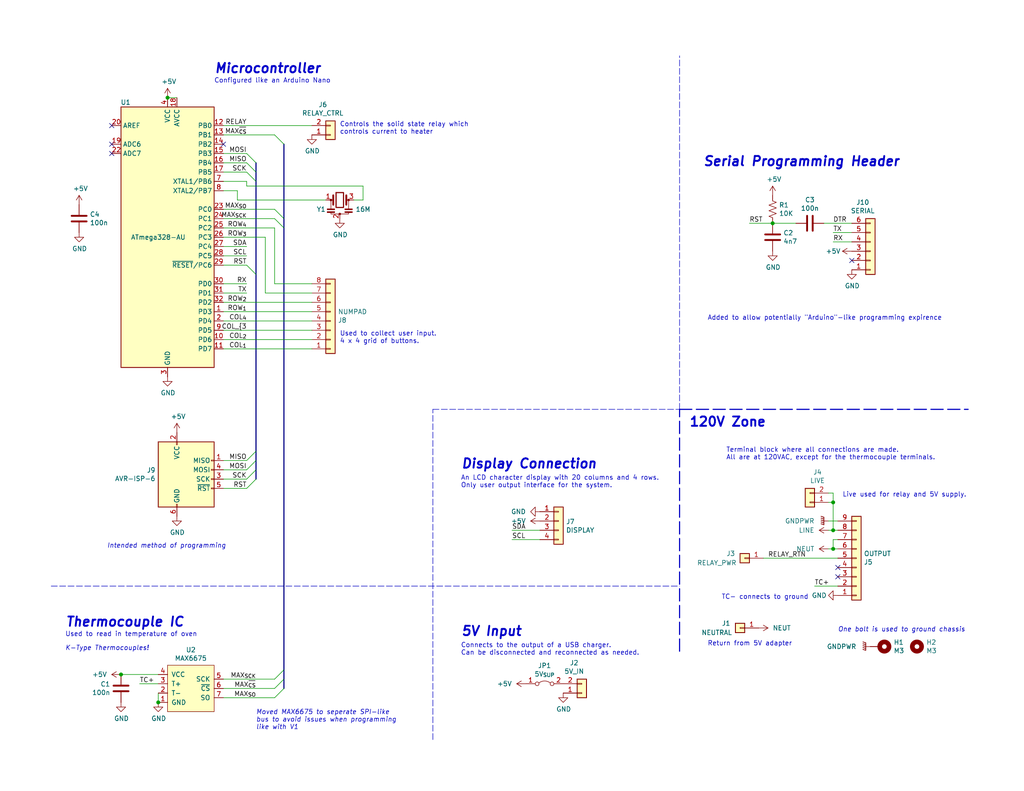
<source format=kicad_sch>
(kicad_sch (version 20211123) (generator eeschema)
  (paper "USLetter")
  (title_block (title "Oven") (date "2022-03-16") (rev "2") (company "HPVDT") (comment 1 "Uses a K-Type thermocouple") (comment 3 "Intended to control a heater to achieve a two step curing process") (comment 4 "General purpose oven board"))
  (lib_symbols
    (symbol "Connector:AVR-ISP-6" (pin_names (offset 1.016))
      (property "Reference" "J" (at -6.35 11.43 0))
      (property "Value" "AVR-ISP-6" (at 0 11.43 0))
      (symbol "AVR-ISP-6_0_1"
        (rectangle (start -2.667 -6.858) (end -2.413 -7.62))
        (rectangle (start -2.667 10.16) (end -2.413 9.398))
        (rectangle (start 7.62 -2.413) (end 6.858 -2.667))
        (rectangle (start 7.62 0.127) (end 6.858 -0.127))
        (rectangle (start 7.62 2.667) (end 6.858 2.413))
        (rectangle (start 7.62 5.207) (end 6.858 4.953))
        (rectangle (start 7.62 10.16) (end -7.62 -7.62) (stroke (width 0.254)) (fill (type background)))
      )
      (symbol "AVR-ISP-6_1_1"
        (pin passive line (at 10.16 5.08 180) (length 2.54) (name "MISO") (number "1"))
        (pin passive line (at -2.54 12.7 270) (length 2.54) (name "VCC") (number "2"))
        (pin passive line (at 10.16 0 180) (length 2.54) (name "SCK") (number "3"))
        (pin passive line (at 10.16 2.54 180) (length 2.54) (name "MOSI") (number "4"))
        (pin passive line (at 10.16 -2.54 180) (length 2.54) (name "~{RST}") (number "5"))
        (pin passive line (at -2.54 -10.16 90) (length 2.54) (name "GND") (number "6"))
      )
    )
    (symbol "Connector_Generic:Conn_01x01" (pin_names (offset 1.016) hide)
      (property "Reference" "J" (at 0 2.54 0))
      (property "Value" "Conn_01x01" (at 0 -2.54 0))
      (symbol "Conn_01x01_1_1"
        (rectangle (start -1.27 0.127) (end 0 -0.127) (stroke (width 0.1524)))
        (rectangle (start -1.27 1.27) (end 1.27 -1.27) (stroke (width 0.254)) (fill (type background)))
        (pin passive line (at -5.08 0 0) (length 3.81) (name "Pin_1") (number "1"))
      )
    )
    (symbol "Connector_Generic:Conn_01x02" (pin_names (offset 1.016) hide)
      (property "Reference" "J" (at 0 2.54 0))
      (property "Value" "Conn_01x02" (at 0 -5.08 0))
      (symbol "Conn_01x02_1_1"
        (rectangle (start -1.27 -2.413) (end 0 -2.667) (stroke (width 0.1524)))
        (rectangle (start -1.27 0.127) (end 0 -0.127) (stroke (width 0.1524)))
        (rectangle (start -1.27 1.27) (end 1.27 -3.81) (stroke (width 0.254)) (fill (type background)))
        (pin passive line (at -5.08 0 0) (length 3.81) (name "Pin_1") (number "1"))
        (pin passive line (at -5.08 -2.54 0) (length 3.81) (name "Pin_2") (number "2"))
      )
    )
    (symbol "Connector_Generic:Conn_01x04" (pin_names (offset 1.016) hide)
      (property "Reference" "J" (at 0 5.08 0))
      (property "Value" "Conn_01x04" (at 0 -7.62 0))
      (symbol "Conn_01x04_1_1"
        (rectangle (start -1.27 -4.953) (end 0 -5.207) (stroke (width 0.1524)))
        (rectangle (start -1.27 -2.413) (end 0 -2.667) (stroke (width 0.1524)))
        (rectangle (start -1.27 0.127) (end 0 -0.127) (stroke (width 0.1524)))
        (rectangle (start -1.27 2.667) (end 0 2.413) (stroke (width 0.1524)))
        (rectangle (start -1.27 3.81) (end 1.27 -6.35) (stroke (width 0.254)) (fill (type background)))
        (pin passive line (at -5.08 2.54 0) (length 3.81) (name "Pin_1") (number "1"))
        (pin passive line (at -5.08 0 0) (length 3.81) (name "Pin_2") (number "2"))
        (pin passive line (at -5.08 -2.54 0) (length 3.81) (name "Pin_3") (number "3"))
        (pin passive line (at -5.08 -5.08 0) (length 3.81) (name "Pin_4") (number "4"))
      )
    )
    (symbol "Connector_Generic:Conn_01x06" (pin_names (offset 1.016) hide)
      (property "Reference" "J" (at 0 7.62 0))
      (property "Value" "Conn_01x06" (at 0 -10.16 0))
      (symbol "Conn_01x06_1_1"
        (rectangle (start -1.27 -7.493) (end 0 -7.747) (stroke (width 0.1524)))
        (rectangle (start -1.27 -4.953) (end 0 -5.207) (stroke (width 0.1524)))
        (rectangle (start -1.27 -2.413) (end 0 -2.667) (stroke (width 0.1524)))
        (rectangle (start -1.27 0.127) (end 0 -0.127) (stroke (width 0.1524)))
        (rectangle (start -1.27 2.667) (end 0 2.413) (stroke (width 0.1524)))
        (rectangle (start -1.27 5.207) (end 0 4.953) (stroke (width 0.1524)))
        (rectangle (start -1.27 6.35) (end 1.27 -8.89) (stroke (width 0.254)) (fill (type background)))
        (pin passive line (at -5.08 5.08 0) (length 3.81) (name "Pin_1") (number "1"))
        (pin passive line (at -5.08 2.54 0) (length 3.81) (name "Pin_2") (number "2"))
        (pin passive line (at -5.08 0 0) (length 3.81) (name "Pin_3") (number "3"))
        (pin passive line (at -5.08 -2.54 0) (length 3.81) (name "Pin_4") (number "4"))
        (pin passive line (at -5.08 -5.08 0) (length 3.81) (name "Pin_5") (number "5"))
        (pin passive line (at -5.08 -7.62 0) (length 3.81) (name "Pin_6") (number "6"))
      )
    )
    (symbol "Connector_Generic:Conn_01x08" (pin_names (offset 1.016) hide)
      (property "Reference" "J" (at 0 10.16 0))
      (property "Value" "Conn_01x08" (at 0 -12.7 0))
      (symbol "Conn_01x08_1_1"
        (rectangle (start -1.27 -10.033) (end 0 -10.287) (stroke (width 0.1524)))
        (rectangle (start -1.27 -7.493) (end 0 -7.747) (stroke (width 0.1524)))
        (rectangle (start -1.27 -4.953) (end 0 -5.207) (stroke (width 0.1524)))
        (rectangle (start -1.27 -2.413) (end 0 -2.667) (stroke (width 0.1524)))
        (rectangle (start -1.27 0.127) (end 0 -0.127) (stroke (width 0.1524)))
        (rectangle (start -1.27 2.667) (end 0 2.413) (stroke (width 0.1524)))
        (rectangle (start -1.27 5.207) (end 0 4.953) (stroke (width 0.1524)))
        (rectangle (start -1.27 7.747) (end 0 7.493) (stroke (width 0.1524)))
        (rectangle (start -1.27 8.89) (end 1.27 -11.43) (stroke (width 0.254)) (fill (type background)))
        (pin passive line (at -5.08 7.62 0) (length 3.81) (name "Pin_1") (number "1"))
        (pin passive line (at -5.08 5.08 0) (length 3.81) (name "Pin_2") (number "2"))
        (pin passive line (at -5.08 2.54 0) (length 3.81) (name "Pin_3") (number "3"))
        (pin passive line (at -5.08 0 0) (length 3.81) (name "Pin_4") (number "4"))
        (pin passive line (at -5.08 -2.54 0) (length 3.81) (name "Pin_5") (number "5"))
        (pin passive line (at -5.08 -5.08 0) (length 3.81) (name "Pin_6") (number "6"))
        (pin passive line (at -5.08 -7.62 0) (length 3.81) (name "Pin_7") (number "7"))
        (pin passive line (at -5.08 -10.16 0) (length 3.81) (name "Pin_8") (number "8"))
      )
    )
    (symbol "Connector_Generic:Conn_01x09" (pin_names (offset 1.016) hide)
      (property "Reference" "J" (at 0 12.7 0))
      (property "Value" "Conn_01x09" (at 0 -12.7 0))
      (symbol "Conn_01x09_1_1"
        (rectangle (start -1.27 -10.033) (end 0 -10.287) (stroke (width 0.1524)))
        (rectangle (start -1.27 -7.493) (end 0 -7.747) (stroke (width 0.1524)))
        (rectangle (start -1.27 -4.953) (end 0 -5.207) (stroke (width 0.1524)))
        (rectangle (start -1.27 -2.413) (end 0 -2.667) (stroke (width 0.1524)))
        (rectangle (start -1.27 0.127) (end 0 -0.127) (stroke (width 0.1524)))
        (rectangle (start -1.27 2.667) (end 0 2.413) (stroke (width 0.1524)))
        (rectangle (start -1.27 5.207) (end 0 4.953) (stroke (width 0.1524)))
        (rectangle (start -1.27 7.747) (end 0 7.493) (stroke (width 0.1524)))
        (rectangle (start -1.27 10.287) (end 0 10.033) (stroke (width 0.1524)))
        (rectangle (start -1.27 11.43) (end 1.27 -11.43) (stroke (width 0.254)) (fill (type background)))
        (pin passive line (at -5.08 10.16 0) (length 3.81) (name "Pin_1") (number "1"))
        (pin passive line (at -5.08 7.62 0) (length 3.81) (name "Pin_2") (number "2"))
        (pin passive line (at -5.08 5.08 0) (length 3.81) (name "Pin_3") (number "3"))
        (pin passive line (at -5.08 2.54 0) (length 3.81) (name "Pin_4") (number "4"))
        (pin passive line (at -5.08 0 0) (length 3.81) (name "Pin_5") (number "5"))
        (pin passive line (at -5.08 -2.54 0) (length 3.81) (name "Pin_6") (number "6"))
        (pin passive line (at -5.08 -5.08 0) (length 3.81) (name "Pin_7") (number "7"))
        (pin passive line (at -5.08 -7.62 0) (length 3.81) (name "Pin_8") (number "8"))
        (pin passive line (at -5.08 -10.16 0) (length 3.81) (name "Pin_9") (number "9"))
      )
    )
    (symbol "Device:C" (pin_numbers hide) (pin_names (offset 0.254))
      (property "Reference" "C" (at 0.635 2.54 0))
      (property "Value" "C" (at 0.635 -2.54 0))
      (symbol "C_0_1"
        (polyline (pts (xy -2.032 -0.762) (xy 2.032 -0.762)) (stroke (width 0.508)))
        (polyline (pts (xy -2.032 0.762) (xy 2.032 0.762)) (stroke (width 0.508)))
      )
      (symbol "C_1_1"
        (pin passive line (at 0 3.81 270) (length 2.794) (name "~") (number "1"))
        (pin passive line (at 0 -3.81 90) (length 2.794) (name "~") (number "2"))
      )
    )
    (symbol "Device:R_US" (pin_numbers hide) (pin_names (offset 0))
      (property "Reference" "R" (at 2.54 0 90))
      (property "Value" "R_US" (at -2.54 0 90))
      (symbol "R_US_0_1"
        (polyline (pts (xy 0 -2.286) (xy 0 -2.54)))
        (polyline (pts (xy 0 2.286) (xy 0 2.54)))
        (polyline (pts (xy 0 -0.762) (xy 1.016 -1.143) (xy 0 -1.524) (xy -1.016 -1.905) (xy 0 -2.286)))
        (polyline (pts (xy 0 0.762) (xy 1.016 0.381) (xy 0 0) (xy -1.016 -0.381) (xy 0 -0.762)))
        (polyline (pts (xy 0 2.286) (xy 1.016 1.905) (xy 0 1.524) (xy -1.016 1.143) (xy 0 0.762)))
      )
      (symbol "R_US_1_1"
        (pin passive line (at 0 3.81 270) (length 1.27) (name "~") (number "1"))
        (pin passive line (at 0 -3.81 90) (length 1.27) (name "~") (number "2"))
      )
    )
    (symbol "Device:Resonator" (pin_names (offset 1.016) hide)
      (property "Reference" "Y" (at 0 5.715 0))
      (property "Value" "Resonator" (at 0 3.81 0))
      (symbol "Resonator_0_1"
        (rectangle (start -3.429 -3.175) (end -1.397 -3.429) (fill (type outline)))
        (rectangle (start -3.429 -2.413) (end -1.397 -2.667) (fill (type outline)))
        (circle (center -2.413 0) (radius 0.254) (fill (type outline)))
        (rectangle (start -1.016 2.032) (end 1.016 -2.032) (stroke (width 0.3048)))
        (circle (center 0 -3.81) (radius 0.254) (fill (type outline)))
        (polyline (pts (xy -2.413 -2.413) (xy -2.413 0)))
        (polyline (pts (xy -1.905 0) (xy -3.175 0)))
        (polyline (pts (xy -1.778 -1.27) (xy -1.778 1.27)) (stroke (width 0.508)))
        (polyline (pts (xy 1.778 -1.27) (xy 1.778 1.27)) (stroke (width 0.508)))
        (polyline (pts (xy 1.905 0) (xy 2.54 0)))
        (polyline (pts (xy 2.413 0) (xy 2.413 -2.54)))
        (polyline (pts (xy 2.413 -3.302) (xy 2.413 -3.81) (xy -2.413 -3.81) (xy -2.413 -3.302)))
        (rectangle (start 1.397 -3.175) (end 3.429 -3.429) (fill (type outline)))
        (rectangle (start 1.397 -2.413) (end 3.429 -2.667) (fill (type outline)))
        (circle (center 2.413 0) (radius 0.254) (fill (type outline)))
      )
      (symbol "Resonator_1_1"
        (pin passive line (at -3.81 0 0) (length 1.27) (name "1") (number "1"))
        (pin passive line (at 0 -5.08 90) (length 1.27) (name "2") (number "2"))
        (pin passive line (at 3.81 0 180) (length 1.27) (name "3") (number "3"))
      )
    )
    (symbol "Jumper:Jumper_2_Bridged" (pin_names (offset 0) hide)
      (property "Reference" "JP" (at 0 1.905 0))
      (property "Value" "Jumper_2_Bridged" (at 0 -2.54 0))
      (symbol "Jumper_2_Bridged_0_0"
        (circle (center -2.032 0) (radius 0.508))
        (circle (center 2.032 0) (radius 0.508))
      )
      (symbol "Jumper_2_Bridged_0_1"
        (arc (start 1.524 0.254) (mid 0 0.762) (end -1.524 0.254))
      )
      (symbol "Jumper_2_Bridged_1_1"
        (pin passive line (at -5.08 0 0) (length 2.54) (name "A") (number "1"))
        (pin passive line (at 5.08 0 180) (length 2.54) (name "B") (number "2"))
      )
    )
    (symbol "MCU_Microchip_ATmega:ATmega328-AU"
      (property "Reference" "U" (at -12.7 36.83 0))
      (property "Value" "MCU_Microchip_ATmega_ATmega328-AU" (at 2.54 -36.83 0))
      (symbol "ATmega328-AU_0_1"
        (rectangle (start -12.7 -35.56) (end 12.7 35.56) (stroke (width 0.254)) (fill (type background)))
      )
      (symbol "ATmega328-AU_1_1"
        (pin bidirectional line (at 15.24 -20.32 180) (length 2.54) (name "PD3") (number "1"))
        (pin bidirectional line (at 15.24 -27.94 180) (length 2.54) (name "PD6") (number "10"))
        (pin bidirectional line (at 15.24 -30.48 180) (length 2.54) (name "PD7") (number "11"))
        (pin bidirectional line (at 15.24 30.48 180) (length 2.54) (name "PB0") (number "12"))
        (pin bidirectional line (at 15.24 27.94 180) (length 2.54) (name "PB1") (number "13"))
        (pin bidirectional line (at 15.24 25.4 180) (length 2.54) (name "PB2") (number "14"))
        (pin bidirectional line (at 15.24 22.86 180) (length 2.54) (name "PB3") (number "15"))
        (pin bidirectional line (at 15.24 20.32 180) (length 2.54) (name "PB4") (number "16"))
        (pin bidirectional line (at 15.24 17.78 180) (length 2.54) (name "PB5") (number "17"))
        (pin power_in line (at 2.54 38.1 270) (length 2.54) (name "AVCC") (number "18"))
        (pin input line (at -15.24 25.4 0) (length 2.54) (name "ADC6") (number "19"))
        (pin bidirectional line (at 15.24 -22.86 180) (length 2.54) (name "PD4") (number "2"))
        (pin passive line (at -15.24 30.48 0) (length 2.54) (name "AREF") (number "20"))
        (pin passive line (at 0 -38.1 90) (length 2.54) hide (name "GND") (number "21"))
        (pin input line (at -15.24 22.86 0) (length 2.54) (name "ADC7") (number "22"))
        (pin bidirectional line (at 15.24 7.62 180) (length 2.54) (name "PC0") (number "23"))
        (pin bidirectional line (at 15.24 5.08 180) (length 2.54) (name "PC1") (number "24"))
        (pin bidirectional line (at 15.24 2.54 180) (length 2.54) (name "PC2") (number "25"))
        (pin bidirectional line (at 15.24 0 180) (length 2.54) (name "PC3") (number "26"))
        (pin bidirectional line (at 15.24 -2.54 180) (length 2.54) (name "PC4") (number "27"))
        (pin bidirectional line (at 15.24 -5.08 180) (length 2.54) (name "PC5") (number "28"))
        (pin bidirectional line (at 15.24 -7.62 180) (length 2.54) (name "~{RESET}/PC6") (number "29"))
        (pin power_in line (at 0 -38.1 90) (length 2.54) (name "GND") (number "3"))
        (pin bidirectional line (at 15.24 -12.7 180) (length 2.54) (name "PD0") (number "30"))
        (pin bidirectional line (at 15.24 -15.24 180) (length 2.54) (name "PD1") (number "31"))
        (pin bidirectional line (at 15.24 -17.78 180) (length 2.54) (name "PD2") (number "32"))
        (pin power_in line (at 0 38.1 270) (length 2.54) (name "VCC") (number "4"))
        (pin passive line (at 0 -38.1 90) (length 2.54) hide (name "GND") (number "5"))
        (pin passive line (at 0 38.1 270) (length 2.54) hide (name "VCC") (number "6"))
        (pin bidirectional line (at 15.24 15.24 180) (length 2.54) (name "XTAL1/PB6") (number "7"))
        (pin bidirectional line (at 15.24 12.7 180) (length 2.54) (name "XTAL2/PB7") (number "8"))
        (pin bidirectional line (at 15.24 -25.4 180) (length 2.54) (name "PD5") (number "9"))
      )
    )
    (symbol "Mechanical:MountingHole" (pin_names (offset 1.016))
      (property "Reference" "H" (at 0 5.08 0))
      (property "Value" "MountingHole" (at 0 3.175 0))
      (symbol "MountingHole_0_1"
        (circle (center 0 0) (radius 1.27) (stroke (width 1.27)))
      )
    )
    (symbol "Mechanical:MountingHole_Pad" (pin_numbers hide) (pin_names (offset 1.016) hide)
      (property "Reference" "H" (at 0 6.35 0))
      (property "Value" "MountingHole_Pad" (at 0 4.445 0))
      (symbol "MountingHole_Pad_0_1"
        (circle (center 0 1.27) (radius 1.27) (stroke (width 1.27)))
      )
      (symbol "MountingHole_Pad_1_1"
        (pin input line (at 0 -2.54 90) (length 2.54) (name "1") (number "1"))
      )
    )
    (symbol "oven:MAX6675" (pin_names (offset 1.016))
      (property "Reference" "U" (at 0 10.16 0))
      (property "Value" "MAX6675" (at 0 7.62 0))
      (symbol "MAX6675_0_1"
        (rectangle (start -6.35 6.35) (end 6.35 -6.35) (fill (type background)))
      )
      (symbol "MAX6675_1_1"
        (pin power_in line (at -8.89 -3.81 0) (length 2.54) (name "GND") (number "1"))
        (pin input line (at -8.89 -1.27 0) (length 2.54) (name "T-") (number "2"))
        (pin input line (at -8.89 1.27 0) (length 2.54) (name "T+") (number "3"))
        (pin power_in line (at -8.89 3.81 0) (length 2.54) (name "VCC") (number "4"))
        (pin input line (at 8.89 2.54 180) (length 2.54) (name "SCK") (number "5"))
        (pin input line (at 8.89 0 180) (length 2.54) (name "~{CS}") (number "6"))
        (pin output line (at 8.89 -2.54 180) (length 2.54) (name "SO") (number "7"))
        (pin no_connect line (at 8.89 -5.08 180) (length 2.54) hide (name "NC") (number "8"))
      )
    )
    (symbol "power:+5V" (power) (pin_names (offset 0))
      (property "Value" "+5V" (at 0 3.556 0))
      (symbol "+5V_0_1"
        (polyline (pts (xy -0.762 1.27) (xy 0 2.54)))
        (polyline (pts (xy 0 0) (xy 0 2.54)))
        (polyline (pts (xy 0 2.54) (xy 0.762 1.27)))
      )
      (symbol "+5V_1_1"
        (pin power_in line (at 0 0 90) (length 0) hide (name "+5V") (number "1"))
      )
    )
    (symbol "power:GND" (power) (pin_names (offset 0))
      (property "Value" "GND" (at 0 -3.81 0))
      (symbol "GND_0_1"
        (polyline (pts (xy 0 0) (xy 0 -1.27) (xy 1.27 -1.27) (xy 0 -2.54) (xy -1.27 -1.27) (xy 0 -1.27)))
      )
      (symbol "GND_1_1"
        (pin power_in line (at 0 0 270) (length 0) hide (name "GND") (number "1"))
      )
    )
    (symbol "power:GNDPWR" (power) (pin_names (offset 0))
      (property "Value" "GNDPWR" (at 0 -3.302 0))
      (symbol "GNDPWR_0_1"
        (polyline (pts (xy 0 -1.27) (xy 0 0)))
        (polyline (pts (xy -1.016 -1.27) (xy -1.27 -2.032) (xy -1.27 -2.032)) (stroke (width 0.2032)))
        (polyline (pts (xy -0.508 -1.27) (xy -0.762 -2.032) (xy -0.762 -2.032)) (stroke (width 0.2032)))
        (polyline (pts (xy 0 -1.27) (xy -0.254 -2.032) (xy -0.254 -2.032)) (stroke (width 0.2032)))
        (polyline (pts (xy 0.508 -1.27) (xy 0.254 -2.032) (xy 0.254 -2.032)) (stroke (width 0.2032)))
        (polyline (pts (xy 1.016 -1.27) (xy -1.016 -1.27) (xy -1.016 -1.27)) (stroke (width 0.2032)))
        (polyline (pts (xy 1.016 -1.27) (xy 0.762 -2.032) (xy 0.762 -2.032) (xy 0.762 -2.032)) (stroke (width 0.2032)))
      )
      (symbol "GNDPWR_1_1"
        (pin power_in line (at 0 0 270) (length 0) hide (name "GNDPWR") (number "1"))
      )
    )
    (symbol "power:LINE" (power) (pin_names (offset 0))
      (property "Value" "LINE" (at 0 3.81 0))
      (symbol "LINE_0_1"
        (polyline (pts (xy -0.762 1.27) (xy 0 2.54)))
        (polyline (pts (xy 0 0) (xy 0 2.54)))
        (polyline (pts (xy 0 2.54) (xy 0.762 1.27)))
      )
      (symbol "LINE_1_1"
        (pin power_in line (at 0 0 90) (length 0) hide (name "LINE") (number "1"))
      )
    )
    (symbol "power:NEUT" (power) (pin_names (offset 0))
      (property "Value" "NEUT" (at 0 3.81 0))
      (symbol "NEUT_0_1"
        (polyline (pts (xy -0.762 1.27) (xy 0 2.54)))
        (polyline (pts (xy 0 0) (xy 0 2.54)))
        (polyline (pts (xy 0 2.54) (xy 0.762 1.27)))
      )
      (symbol "NEUT_1_1"
        (pin power_in line (at 0 0 90) (length 0) hide (name "NEUT") (number "1"))
      )
    )
  )
  (junction (at 227.33 144.78))
  (junction (at 210.82 60.96))
  (junction (at 227.33 137.16))
  (junction (at 43.18 191.77))
  (junction (at 33.02 184.15))
  (junction (at 45.72 26.67))
  (junction (at 227.33 149.86))
  (no_connect (at 232.41 71.12))
  (no_connect (at 30.48 34.29))
  (no_connect (at 228.6 154.94))
  (no_connect (at 30.48 41.91))
  (no_connect (at 60.96 39.37))
  (no_connect (at 30.48 39.37))
  (no_connect (at 228.6 157.48))
  (bus_entry (at 67.31 72.39) (size 2.54 2.54))
  (bus_entry (at 67.31 130.81) (size 2.54 -2.54))
  (bus_entry (at 67.31 41.91) (size 2.54 2.54))
  (bus_entry (at 67.31 128.27) (size 2.54 -2.54))
  (bus_entry (at 74.93 190.5) (size 2.54 -2.54))
  (bus_entry (at 74.93 57.15) (size 2.54 2.54))
  (bus_entry (at 74.93 36.83) (size 2.54 2.54))
  (bus_entry (at 74.93 59.69) (size 2.54 2.54))
  (bus_entry (at 67.31 44.45) (size 2.54 2.54))
  (bus_entry (at 67.31 133.35) (size 2.54 -2.54))
  (bus_entry (at 74.93 185.42) (size 2.54 -2.54))
  (bus_entry (at 67.31 125.73) (size 2.54 -2.54))
  (bus_entry (at 74.93 187.96) (size 2.54 -2.54))
  (bus_entry (at 67.31 46.99) (size 2.54 2.54))
  (polyline (pts (xy 118.11 201.93) (xy 118.11 111.76)))
  (wire (pts (xy 99.06 50.8) (xy 99.06 54.61)))
  (wire (pts (xy 227.33 63.5) (xy 232.41 63.5)))
  (wire (pts (xy 67.31 125.73) (xy 60.96 125.73)))
  (wire (pts (xy 227.33 144.78) (xy 228.6 144.78)))
  (wire (pts (xy 60.96 85.09) (xy 85.09 85.09)))
  (wire (pts (xy 60.96 49.53) (xy 67.31 49.53)))
  (bus (pts (xy 69.85 128.27) (xy 69.85 130.81)))
  (wire (pts (xy 60.96 64.77) (xy 72.39 64.77)))
  (wire (pts (xy 60.96 92.71) (xy 85.09 92.71)))
  (bus (pts (xy 69.85 74.93) (xy 69.85 123.19)))
  (wire (pts (xy 227.33 149.86) (xy 228.6 149.86)))
  (polyline (pts (xy 118.11 111.76) (xy 185.42 111.76)))
  (wire (pts (xy 227.33 147.32) (xy 228.6 147.32)))
  (wire (pts (xy 210.82 60.96) (xy 204.47 60.96)))
  (wire (pts (xy 74.93 62.23) (xy 60.96 62.23)))
  (wire (pts (xy 226.06 142.24) (xy 228.6 142.24)))
  (wire (pts (xy 74.93 77.47) (xy 85.09 77.47)))
  (wire (pts (xy 67.31 46.99) (xy 60.96 46.99)))
  (wire (pts (xy 227.33 144.78) (xy 227.33 137.16)))
  (wire (pts (xy 60.96 90.17) (xy 85.09 90.17)))
  (polyline (pts (xy 185.42 177.8) (xy 185.42 111.76)) (stroke (width 0.3048)))
  (wire (pts (xy 67.31 41.91) (xy 60.96 41.91)))
  (bus (pts (xy 69.85 49.53) (xy 69.85 74.93)))
  (wire (pts (xy 60.96 52.07) (xy 64.77 52.07)))
  (bus (pts (xy 77.47 182.88) (xy 77.47 185.42)))
  (wire (pts (xy 64.77 52.07) (xy 64.77 54.61)))
  (wire (pts (xy 72.39 64.77) (xy 72.39 80.01)))
  (wire (pts (xy 227.33 147.32) (xy 227.33 149.86)))
  (bus (pts (xy 77.47 62.23) (xy 77.47 182.88)))
  (wire (pts (xy 60.96 82.55) (xy 85.09 82.55)))
  (bus (pts (xy 77.47 59.69) (xy 77.47 62.23)))
  (wire (pts (xy 67.31 44.45) (xy 60.96 44.45)))
  (wire (pts (xy 226.06 137.16) (xy 227.33 137.16)))
  (polyline (pts (xy 13.97 160.02) (xy 185.42 160.02)))
  (wire (pts (xy 228.6 160.02) (xy 222.25 160.02)))
  (wire (pts (xy 208.28 152.4) (xy 228.6 152.4)))
  (wire (pts (xy 67.31 130.81) (xy 60.96 130.81)))
  (wire (pts (xy 99.06 54.61) (xy 96.52 54.61)))
  (wire (pts (xy 224.79 60.96) (xy 232.41 60.96)))
  (bus (pts (xy 69.85 46.99) (xy 69.85 49.53)))
  (wire (pts (xy 227.33 66.04) (xy 232.41 66.04)))
  (wire (pts (xy 67.31 49.53) (xy 67.31 50.8)))
  (wire (pts (xy 217.17 60.96) (xy 210.82 60.96)))
  (wire (pts (xy 67.31 80.01) (xy 60.96 80.01)))
  (bus (pts (xy 77.47 185.42) (xy 77.47 187.96)))
  (wire (pts (xy 33.02 184.15) (xy 43.18 184.15)))
  (bus (pts (xy 69.85 123.19) (xy 69.85 125.73)))
  (bus (pts (xy 77.47 39.37) (xy 77.47 59.69)))
  (wire (pts (xy 139.7 147.32) (xy 147.32 147.32)))
  (bus (pts (xy 69.85 44.45) (xy 69.85 46.99)))
  (wire (pts (xy 67.31 69.85) (xy 60.96 69.85)))
  (wire (pts (xy 60.96 87.63) (xy 85.09 87.63)))
  (wire (pts (xy 226.06 149.86) (xy 227.33 149.86)))
  (wire (pts (xy 60.96 34.29) (xy 85.09 34.29)))
  (wire (pts (xy 43.18 189.23) (xy 43.18 191.77)))
  (bus (pts (xy 69.85 125.73) (xy 69.85 128.27)))
  (wire (pts (xy 60.96 59.69) (xy 74.93 59.69)))
  (wire (pts (xy 74.93 62.23) (xy 74.93 77.47)))
  (wire (pts (xy 67.31 72.39) (xy 60.96 72.39)))
  (wire (pts (xy 67.31 50.8) (xy 99.06 50.8)))
  (wire (pts (xy 60.96 36.83) (xy 74.93 36.83)))
  (wire (pts (xy 226.06 144.78) (xy 227.33 144.78)))
  (polyline (pts (xy 185.42 111.76) (xy 264.16 111.76)) (stroke (width 0.3048)))
  (wire (pts (xy 67.31 77.47) (xy 60.96 77.47)))
  (wire (pts (xy 60.96 190.5) (xy 74.93 190.5)))
  (wire (pts (xy 45.72 26.67) (xy 48.26 26.67)))
  (wire (pts (xy 227.33 137.16) (xy 227.33 134.62)))
  (wire (pts (xy 60.96 187.96) (xy 74.93 187.96)))
  (wire (pts (xy 227.33 134.62) (xy 226.06 134.62)))
  (wire (pts (xy 67.31 67.31) (xy 60.96 67.31)))
  (wire (pts (xy 60.96 185.42) (xy 74.93 185.42)))
  (wire (pts (xy 67.31 128.27) (xy 60.96 128.27)))
  (polyline (pts (xy 185.42 111.76) (xy 185.42 15.24)))
  (wire (pts (xy 67.31 133.35) (xy 60.96 133.35)))
  (wire (pts (xy 60.96 57.15) (xy 74.93 57.15)))
  (wire (pts (xy 64.77 54.61) (xy 88.9 54.61)))
  (wire (pts (xy 38.1 186.69) (xy 43.18 186.69)))
  (wire (pts (xy 72.39 80.01) (xy 85.09 80.01)))
  (wire (pts (xy 139.7 144.78) (xy 147.32 144.78)))
  (wire (pts (xy 60.96 95.25) (xy 85.09 95.25)))
  (text "Moved MAX6675 to seperate SPI-like\nbus to avoid issues when programming\nlike with V1" (at 69.85 199.39 0) (effects (font (size 1.27 1.27) italic) (justify left bottom)))
  (text "One bolt is used to ground chassis" (at 228.6 172.72 0) (effects (font (size 1.27 1.27) italic) (justify left bottom)))
  (text "Live used for relay and 5V supply." (at 229.87 135.89 0) (effects (font (size 1.27 1.27)) (justify left bottom)))
  (text "Used to read in temperature of oven" (at 17.78 173.99 0) (effects (font (size 1.27 1.27)) (justify left bottom)))
  (text "120V Zone" (at 187.96 116.84 0) (effects (font (size 2.54 2.54) (thickness 0.508) bold) (justify left bottom)))
  (text "Controls the solid state relay which \ncontrols current to heater" (at 92.71 36.83 0) (effects (font (size 1.27 1.27)) (justify left bottom)))
  (text "Microcontroller" (at 58.42 20.32 0) (effects (font (size 2.54 2.54) (thickness 0.508) bold italic) (justify left bottom)))
  (text "5V Input" (at 125.73 173.99 0) (effects (font (size 2.54 2.54) (thickness 0.508) bold italic) (justify left bottom)))
  (text "Display Connection" (at 125.73 128.27 0) (effects (font (size 2.54 2.54) (thickness 0.508) bold italic) (justify left bottom)))
  (text "Return from 5V adapter" (at 193.04 176.53 0) (effects (font (size 1.27 1.27)) (justify left bottom)))
  (text "Connects to the output of a USB charger.\nCan be disconnected and reconnected as needed." (at 125.73 179.07 0) (effects (font (size 1.27 1.27)) (justify left bottom)))
  (text "Intended method of programming" (at 29.21 149.86 0) (effects (font (size 1.27 1.27) italic) (justify left bottom)))
  (text "An LCD character display with 20 columns and 4 rows.\nOnly user output interface for the system." (at 125.73 133.35 0) (effects (font (size 1.27 1.27)) (justify left bottom)))
  (text "Added to allow potentially \"Arduino\"-like programming expirence" (at 193.04 87.63 0) (effects (font (size 1.27 1.27)) (justify left bottom)))
  (text "TC- connects to ground" (at 196.85 163.83 0) (effects (font (size 1.27 1.27)) (justify left bottom)))
  (text "Configured like an Arduino Nano" (at 58.42 22.86 0) (effects (font (size 1.27 1.27)) (justify left bottom)))
  (text "Serial Programming Header" (at 191.77 45.72 0) (effects (font (size 2.54 2.54) (thickness 0.508) bold italic) (justify left bottom)))
  (text "Thermocouple IC" (at 17.78 171.45 0) (effects (font (size 2.54 2.54) (thickness 0.508) bold italic) (justify left bottom)))
  (text "K-Type Thermocouples!" (at 17.78 177.8 0) (effects (font (size 1.27 1.27) italic) (justify left bottom)))
  (text "Terminal block where all connections are made.\nAll are at 120VAC, except for the thermocouple terminals." (at 198.12 125.73 0) (effects (font (size 1.27 1.27)) (justify left bottom)))
  (text "Used to collect user input.\n4 x 4 grid of buttons." (at 92.71 93.98 0) (effects (font (size 1.27 1.27)) (justify left bottom)))
  (label "COL_{1}" (at 67.31 95.25 180))
  (label "RX" (at 67.31 77.47 180))
  (label "COL_{4}" (at 67.31 87.63 180))
  (label "COL_{3" (at 67.31 90.17 180))
  (label "SCK" (at 67.31 46.99 180))
  (label "RELAY" (at 67.31 34.29 180))
  (label "MAX_{SCK}" (at 69.85 185.42 180))
  (label "MAX_{~{CS}}" (at 69.85 187.96 180))
  (label "DTR" (at 227.33 60.96 0))
  (label "RELAY_RTN" (at 209.55 152.4 0))
  (label "ROW_{1}" (at 67.31 85.09 180))
  (label "TX" (at 67.31 80.01 180))
  (label "RST" (at 67.31 133.35 180))
  (label "MAX_{SCK}" (at 67.31 59.69 180))
  (label "SCK" (at 67.31 130.81 180))
  (label "MAX_{SO}" (at 67.31 57.15 180))
  (label "TC+" (at 38.1 186.69 0))
  (label "SDA" (at 139.7 144.78 0))
  (label "MOSI" (at 67.31 41.91 180))
  (label "MISO" (at 67.31 44.45 180))
  (label "MAX_{~{CS}}" (at 67.31 36.83 180))
  (label "TC+" (at 222.25 160.02 0))
  (label "RST" (at 204.47 60.96 0))
  (label "ROW_{2}" (at 67.31 82.55 180))
  (label "RST" (at 67.31 72.39 180))
  (label "TX" (at 227.33 63.5 0))
  (label "COL_{2}" (at 67.31 92.71 180))
  (label "RX" (at 227.33 66.04 0))
  (label "SDA" (at 67.31 67.31 180))
  (label "MAX_{SO}" (at 69.85 190.5 180))
  (label "ROW_{3}" (at 67.31 64.77 180))
  (label "ROW_{4}" (at 67.31 62.23 180))
  (label "MOSI" (at 67.31 128.27 180))
  (label "MISO" (at 67.31 125.73 180))
  (label "SCL" (at 139.7 147.32 0))
  (label "SCL" (at 67.31 69.85 180))
  (symbol (lib_id "MCU_Microchip_ATmega:ATmega328-AU") (at 45.72 64.77 0) (unit 1)
    (property "Reference" "U1" (at 34.29 27.94 0))
    (property "Value" "ATmega328-AU" (at 43.18 64.77 0))
    (property "Footprint" "Package_QFP:TQFP-32_7x7mm_P0.8mm" (effects hide))
    (property "Datasheet" "http://ww1.microchip.com/downloads/en/DeviceDoc/ATmega328_P%20AVR%20MCU%20with%20picoPower%20Technology%20Data%20Sheet%2040001984A.pdf" (effects hide))
  )
  (symbol (lib_id "Connector_Generic:Conn_01x08") (at 90.17 87.63 0) (mirror x) (unit 1)
    (property "Reference" "J8" (at 92.202 87.4268 0) (effects (justify left)))
    (property "Value" "NUMPAD" (at 92.202 85.1154 0) (effects (justify left)))
    (property "Footprint" "Connector_PinHeader_2.54mm:PinHeader_1x08_P2.54mm_Horizontal" (effects hide))
  )
  (symbol (lib_id "Connector_Generic:Conn_01x04") (at 152.4 142.24 0) (unit 1)
    (property "Reference" "J7" (at 154.432 142.4432 0) (effects (justify left)))
    (property "Value" "DISPLAY" (at 154.432 144.7546 0) (effects (justify left)))
    (property "Footprint" "Connector_PinHeader_2.54mm:PinHeader_1x04_P2.54mm_Horizontal" (effects hide))
  )
  (symbol (lib_id "Connector_Generic:Conn_01x09") (at 233.68 152.4 0) (mirror x) (unit 1)
    (property "Reference" "J5" (at 235.712 153.4668 0) (effects (justify left)))
    (property "Value" "OUTPUT" (at 235.712 151.1554 0) (effects (justify left)))
    (property "Footprint" "oven:9POS-TERMBLOCK" (effects hide))
  )
  (symbol (lib_id "Connector_Generic:Conn_01x02") (at 90.17 36.83 0) (mirror x) (unit 1)
    (property "Reference" "J6" (at 88.0872 28.575 0))
    (property "Value" "RELAY_CTRL" (at 88.0872 30.8864 0))
    (property "Footprint" "Connector_PinHeader_2.54mm:PinHeader_1x02_P2.54mm_Horizontal" (effects hide))
  )
  (symbol (lib_id "Connector_Generic:Conn_01x02") (at 220.98 137.16 180) (unit 1)
    (property "Reference" "J4" (at 223.0628 128.905 0))
    (property "Value" "LIVE" (at 223.0628 131.2164 0))
    (property "Footprint" "Connector_Wire:SolderWire-2sqmm_1x02_P7.8mm_D2mm_OD3.9mm" (effects hide))
  )
  (symbol (lib_id "Connector_Generic:Conn_01x02") (at 158.75 189.23 0) (mirror x) (unit 1)
    (property "Reference" "J2" (at 156.6672 180.975 0))
    (property "Value" "5V_IN" (at 156.6672 183.2864 0))
    (property "Footprint" "Connector_PinHeader_2.54mm:PinHeader_1x02_P2.54mm_Horizontal" (effects hide))
  )
  (symbol (lib_id "Connector_Generic:Conn_01x01") (at 203.2 152.4 0) (mirror y) (unit 1)
    (property "Reference" "J3" (at 199.39 151.13 0))
    (property "Value" "RELAY_PWR" (at 195.58 153.67 0))
    (property "Footprint" "Connector_Wire:SolderWire-2sqmm_1x01_D2mm_OD3.9mm" (effects hide))
  )
  (symbol (lib_id "Connector_Generic:Conn_01x01") (at 201.93 171.45 180) (unit 1)
    (property "Reference" "J1" (at 198.12 170.18 0))
    (property "Value" "NEUTRAL" (at 195.58 172.72 0))
    (property "Footprint" "Connector_Wire:SolderWire-2sqmm_1x01_D2mm_OD3.9mm" (effects hide))
  )
  (symbol (lib_id "power:GNDPWR") (at 226.06 142.24 270) (unit 1)
    (property "Reference" "#PWR06" (effects hide))
    (property "Value" "GNDPWR" (at 222.25 142.24 90) (effects (justify right)))
  )
  (symbol (lib_id "power:LINE") (at 226.06 144.78 90) (unit 1)
    (property "Reference" "#PWR07" (effects hide))
    (property "Value" "LINE" (at 222.25 144.78 90) (effects (justify left)))
  )
  (symbol (lib_id "power:NEUT") (at 226.06 149.86 90) (unit 1)
    (property "Reference" "#PWR08" (effects hide))
    (property "Value" "NEUT" (at 222.25 149.86 90) (effects (justify left)))
  )
  (symbol (lib_id "Connector:AVR-ISP-6") (at 50.8 130.81 0) (unit 1)
    (property "Reference" "J9" (at 42.4434 128.3716 0) (effects (justify right)))
    (property "Value" "AVR-ISP-6" (at 42.4434 130.683 0) (effects (justify right)))
    (property "Footprint" "Connector_IDC:IDC-Header_2x03_P2.54mm_Vertical" (effects hide))
    (property "Datasheet" " ~" (effects hide))
  )
  (symbol (lib_id "power:GND") (at 48.26 140.97 0) (unit 1)
    (property "Reference" "#PWR0102" (effects hide))
    (property "Value" "GND" (at 48.387 145.3642 0))
  )
  (symbol (lib_id "power:+5V") (at 48.26 118.11 0) (unit 1)
    (property "Reference" "#PWR0103" (effects hide))
    (property "Value" "+5V" (at 48.641 113.7158 0))
  )
  (symbol (lib_id "Mechanical:MountingHole_Pad") (at 240.03 176.53 270) (unit 1)
    (property "Reference" "H1" (at 243.84 175.3616 90) (effects (justify left)))
    (property "Value" "M3" (at 243.84 177.673 90) (effects (justify left)))
    (property "Footprint" "MountingHole:MountingHole_3.5mm_Pad_Via" (effects hide))
  )
  (symbol (lib_id "power:GNDPWR") (at 237.49 176.53 270) (unit 1)
    (property "Reference" "#PWR0101" (effects hide))
    (property "Value" "GNDPWR" (at 233.68 176.53 90) (effects (justify right)))
  )
  (symbol (lib_id "Mechanical:MountingHole") (at 250.19 176.53 0) (unit 1)
    (property "Reference" "H2" (at 252.73 175.3616 0) (effects (justify left)))
    (property "Value" "M3" (at 252.73 177.673 0) (effects (justify left)))
    (property "Footprint" "MountingHole:MountingHole_3.5mm" (effects hide))
  )
  (symbol (lib_id "oven:MAX6675") (at 52.07 187.96 0) (unit 1)
    (property "Reference" "U2" (at 52.07 177.419 0))
    (property "Value" "MAX6675" (at 52.07 179.7304 0))
    (property "Footprint" "Package_SO:SO-8_5.3x6.2mm_P1.27mm" (effects hide))
    (property "Datasheet" "https://datasheets.maximintegrated.com/en/ds/MAX6675.pdf" (effects hide))
  )
  (symbol (lib_id "power:+5V") (at 143.51 186.69 90) (unit 1)
    (property "Reference" "#PWR04" (effects hide))
    (property "Value" "+5V" (at 139.7 186.69 90) (effects (justify left)))
  )
  (symbol (lib_id "power:GND") (at 85.09 36.83 0) (unit 1)
    (property "Reference" "#PWR09" (effects hide))
    (property "Value" "GND" (at 85.217 41.2242 0))
  )
  (symbol (lib_id "power:GND") (at 153.67 189.23 0) (unit 1)
    (property "Reference" "#PWR05" (effects hide))
    (property "Value" "GND" (at 153.797 193.6242 0))
  )
  (symbol (lib_id "power:GND") (at 43.18 191.77 0) (unit 1)
    (property "Reference" "#PWR0104" (effects hide))
    (property "Value" "GND" (at 43.307 196.1642 0))
  )
  (symbol (lib_id "power:GND") (at 228.6 162.56 270) (unit 1)
    (property "Reference" "#PWR0105" (effects hide))
    (property "Value" "GND" (at 223.52 162.56 90))
  )
  (symbol (lib_id "power:+5V") (at 33.02 184.15 90) (unit 1)
    (property "Reference" "#PWR0106" (effects hide))
    (property "Value" "+5V" (at 29.21 184.15 90) (effects (justify left)))
  )
  (symbol (lib_id "Device:C") (at 33.02 187.96 0) (mirror x) (unit 1)
    (property "Reference" "C1" (at 30.099 186.7916 0) (effects (justify right)))
    (property "Value" "100n" (at 30.099 189.103 0) (effects (justify right)))
    (property "Footprint" "Capacitor_SMD:C_0603_1608Metric" (effects hide))
  )
  (symbol (lib_id "power:GND") (at 33.02 191.77 0) (unit 1)
    (property "Reference" "#PWR0107" (effects hide))
    (property "Value" "GND" (at 33.147 196.1642 0))
  )
  (symbol (lib_id "power:GND") (at 147.32 139.7 270) (unit 1)
    (property "Reference" "#PWR010" (effects hide))
    (property "Value" "GND" (at 143.51 139.7 90) (effects (justify right)))
  )
  (symbol (lib_id "power:+5V") (at 45.72 26.67 0) (unit 1)
    (property "Reference" "#PWR01" (effects hide))
    (property "Value" "+5V" (at 46.101 22.2758 0))
  )
  (symbol (lib_id "power:GND") (at 45.72 102.87 0) (unit 1)
    (property "Reference" "#PWR02" (effects hide))
    (property "Value" "GND" (at 45.847 107.2642 0))
  )
  (symbol (lib_id "power:NEUT") (at 207.01 171.45 270) (unit 1)
    (property "Reference" "#PWR03" (effects hide))
    (property "Value" "NEUT" (at 210.82 171.45 90) (effects (justify left)))
  )
  (symbol (lib_id "Device:Resonator") (at 92.71 54.61 0) (unit 1)
    (property "Reference" "Y1" (at 87.63 57.15 0))
    (property "Value" "16M" (at 99.06 57.15 0))
    (property "Footprint" "Crystal:Resonator_SMD_muRata_CSTxExxV-3Pin_3.0x1.1mm" (effects hide))
  )
  (symbol (lib_id "power:+5V") (at 147.32 142.24 90) (unit 1)
    (property "Reference" "#PWR011" (effects hide))
    (property "Value" "+5V" (at 143.51 142.24 90) (effects (justify left)))
  )
  (symbol (lib_id "power:GND") (at 92.71 59.69 0) (unit 1)
    (property "Reference" "#PWR0108" (effects hide))
    (property "Value" "GND" (at 92.837 64.0842 0))
  )
  (symbol (lib_id "Connector_Generic:Conn_01x06") (at 237.49 68.58 0) (mirror x) (unit 1)
    (property "Reference" "J10" (at 235.4072 55.245 0))
    (property "Value" "SERIAL" (at 235.4072 57.5564 0))
    (property "Footprint" "Connector_PinHeader_2.54mm:PinHeader_1x06_P2.54mm_Vertical" (effects hide))
  )
  (symbol (lib_id "Device:C") (at 220.98 60.96 270) (unit 1)
    (property "Reference" "C3" (at 220.98 54.5592 90))
    (property "Value" "100n" (at 220.98 56.8706 90))
    (property "Footprint" "Capacitor_SMD:C_0603_1608Metric" (effects hide))
  )
  (symbol (lib_id "Device:R_US") (at 210.82 57.15 0) (unit 1)
    (property "Reference" "R1" (at 212.5472 55.9816 0) (effects (justify left)))
    (property "Value" "10K" (at 212.5472 58.293 0) (effects (justify left)))
    (property "Footprint" "Resistor_SMD:R_0603_1608Metric" (effects hide))
  )
  (symbol (lib_id "power:+5V") (at 210.82 53.34 0) (unit 1)
    (property "Reference" "#PWR0109" (effects hide))
    (property "Value" "+5V" (at 211.201 48.9458 0))
  )
  (symbol (lib_id "power:GND") (at 232.41 73.66 0) (unit 1)
    (property "Reference" "#PWR0110" (effects hide))
    (property "Value" "GND" (at 232.537 78.0542 0))
  )
  (symbol (lib_id "power:+5V") (at 232.41 68.58 90) (unit 1)
    (property "Reference" "#PWR0111" (effects hide))
    (property "Value" "+5V" (at 227.33 68.58 90))
  )
  (symbol (lib_id "Device:C") (at 210.82 64.77 180) (unit 1)
    (property "Reference" "C2" (at 213.741 63.6016 0) (effects (justify right)))
    (property "Value" "4n7" (at 213.741 65.913 0) (effects (justify right)))
    (property "Footprint" "Capacitor_SMD:C_0603_1608Metric" (effects hide))
  )
  (symbol (lib_id "power:GND") (at 210.82 68.58 0) (unit 1)
    (property "Reference" "#PWR0112" (effects hide))
    (property "Value" "GND" (at 210.947 72.9742 0))
  )
  (symbol (lib_id "Jumper:Jumper_2_Bridged") (at 148.59 186.69 0) (unit 1)
    (property "Reference" "JP1" (at 148.59 181.737 0))
    (property "Value" "5V_{SUP}" (at 148.59 184.0484 0))
    (property "Footprint" "Jumper:SolderJumper-2_P1.3mm_Bridged_Pad1.0x1.5mm" (effects hide))
  )
  (symbol (lib_id "Device:C") (at 21.59 59.69 180) (unit 1)
    (property "Reference" "C4" (at 24.511 58.5216 0) (effects (justify right)))
    (property "Value" "100n" (at 24.511 60.833 0) (effects (justify right)))
    (property "Footprint" "Capacitor_SMD:C_0603_1608Metric" (effects hide))
  )
  (symbol (lib_id "power:+5V") (at 21.59 55.88 0) (unit 1)
    (property "Reference" "#PWR0113" (effects hide))
    (property "Value" "+5V" (at 21.971 51.4858 0))
  )
  (symbol (lib_id "power:GND") (at 21.59 63.5 0) (unit 1)
    (property "Reference" "#PWR0114" (effects hide))
    (property "Value" "GND" (at 21.717 67.8942 0))
  )
)
</source>
